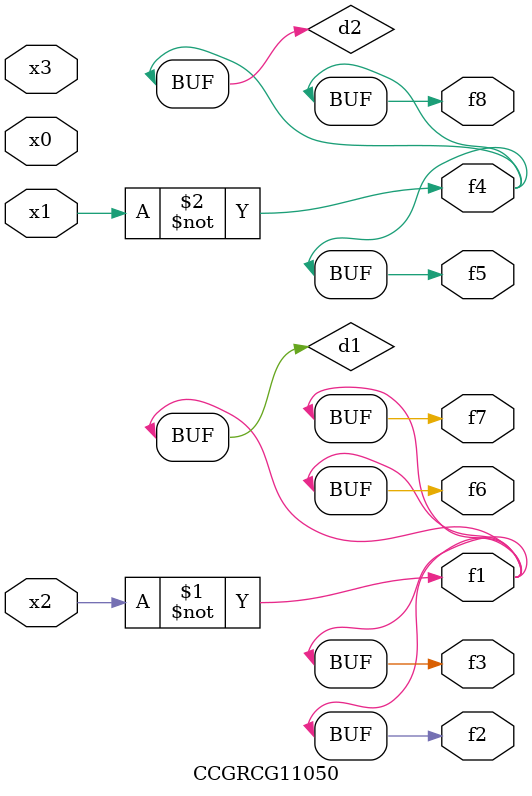
<source format=v>
module CCGRCG11050(
	input x0, x1, x2, x3,
	output f1, f2, f3, f4, f5, f6, f7, f8
);

	wire d1, d2;

	xnor (d1, x2);
	not (d2, x1);
	assign f1 = d1;
	assign f2 = d1;
	assign f3 = d1;
	assign f4 = d2;
	assign f5 = d2;
	assign f6 = d1;
	assign f7 = d1;
	assign f8 = d2;
endmodule

</source>
